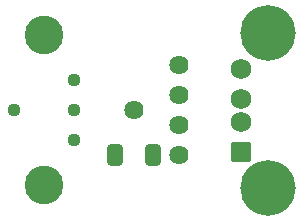
<source format=gbr>
G04 #@! TF.GenerationSoftware,KiCad,Pcbnew,8.0.6*
G04 #@! TF.CreationDate,2025-01-27T10:09:21-05:00*
G04 #@! TF.ProjectId,usbabrkout,75736261-6272-46b6-9f75-742e6b696361,v1.1.0*
G04 #@! TF.SameCoordinates,Original*
G04 #@! TF.FileFunction,Soldermask,Top*
G04 #@! TF.FilePolarity,Negative*
%FSLAX46Y46*%
G04 Gerber Fmt 4.6, Leading zero omitted, Abs format (unit mm)*
G04 Created by KiCad (PCBNEW 8.0.6) date 2025-01-27 10:09:21*
%MOMM*%
%LPD*%
G01*
G04 APERTURE LIST*
G04 Aperture macros list*
%AMRoundRect*
0 Rectangle with rounded corners*
0 $1 Rounding radius*
0 $2 $3 $4 $5 $6 $7 $8 $9 X,Y pos of 4 corners*
0 Add a 4 corners polygon primitive as box body*
4,1,4,$2,$3,$4,$5,$6,$7,$8,$9,$2,$3,0*
0 Add four circle primitives for the rounded corners*
1,1,$1+$1,$2,$3*
1,1,$1+$1,$4,$5*
1,1,$1+$1,$6,$7*
1,1,$1+$1,$8,$9*
0 Add four rect primitives between the rounded corners*
20,1,$1+$1,$2,$3,$4,$5,0*
20,1,$1+$1,$4,$5,$6,$7,0*
20,1,$1+$1,$6,$7,$8,$9,0*
20,1,$1+$1,$8,$9,$2,$3,0*%
G04 Aperture macros list end*
%ADD10C,3.276600*%
%ADD11RoundRect,0.265385X0.610915X-0.610915X0.610915X0.610915X-0.610915X0.610915X-0.610915X-0.610915X0*%
%ADD12C,1.752600*%
%ADD13C,4.701600*%
%ADD14C,1.117600*%
%ADD15C,1.625600*%
%ADD16RoundRect,0.271167X-0.379633X-0.629633X0.379633X-0.629633X0.379633X0.629633X-0.379633X0.629633X0*%
G04 APERTURE END LIST*
D10*
X132080000Y-95250000D03*
X132080000Y-107950000D03*
D11*
X148750000Y-105100000D03*
D12*
X148750000Y-102600000D03*
X148750000Y-100600000D03*
X148750000Y-98100000D03*
D13*
X151080000Y-108170000D03*
X151080000Y-95030000D03*
D14*
X129540000Y-101600000D03*
X134620000Y-101600000D03*
X134620000Y-99060000D03*
X134620000Y-104140000D03*
D15*
X143510000Y-105410000D03*
X143510000Y-102870000D03*
X143510000Y-100330000D03*
X143510000Y-97790000D03*
D16*
X138100000Y-105410000D03*
X141300000Y-105410000D03*
D15*
X139700000Y-101600000D03*
M02*

</source>
